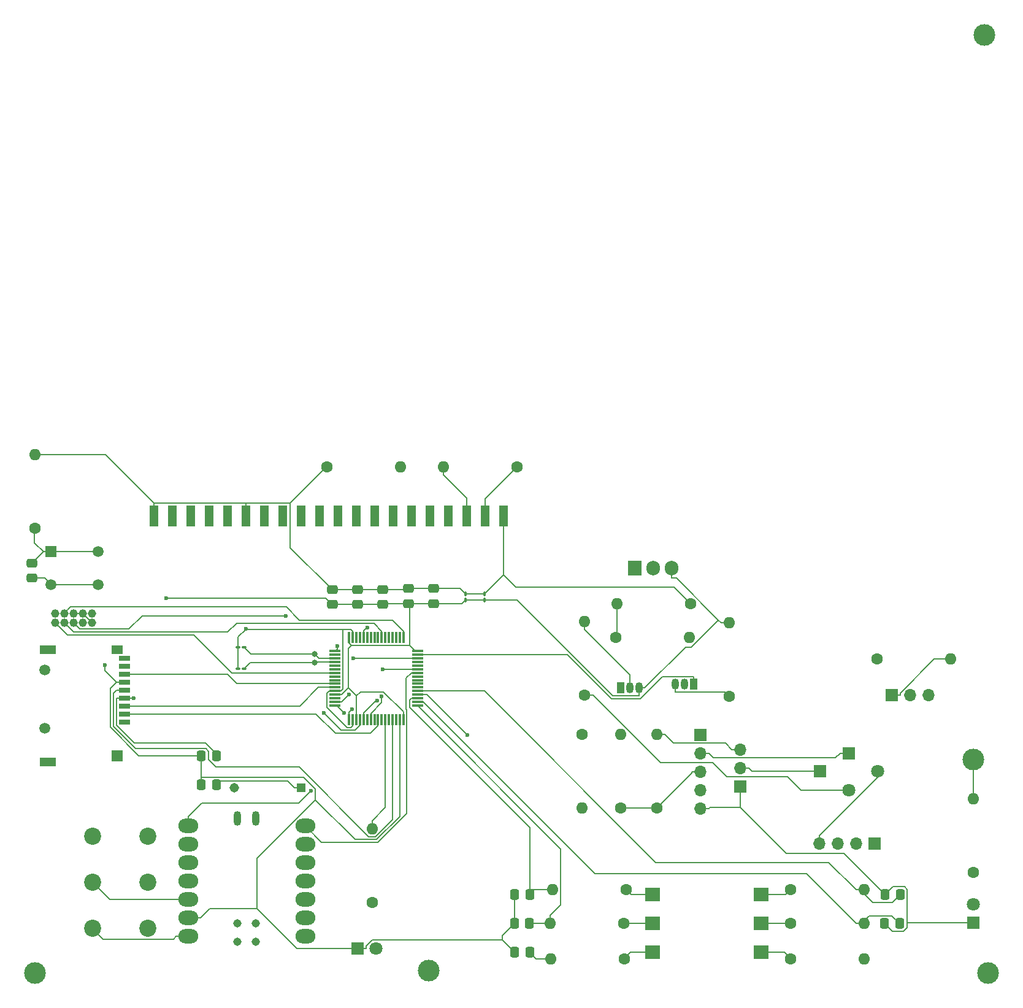
<source format=gbr>
%TF.GenerationSoftware,KiCad,Pcbnew,9.0.0*%
%TF.CreationDate,2025-05-12T01:47:31+10:00*%
%TF.ProjectId,Control_Unit,436f6e74-726f-46c5-9f55-6e69742e6b69,rev?*%
%TF.SameCoordinates,Original*%
%TF.FileFunction,Copper,L1,Top*%
%TF.FilePolarity,Positive*%
%FSLAX46Y46*%
G04 Gerber Fmt 4.6, Leading zero omitted, Abs format (unit mm)*
G04 Created by KiCad (PCBNEW 9.0.0) date 2025-05-12 01:47:31*
%MOMM*%
%LPD*%
G01*
G04 APERTURE LIST*
G04 Aperture macros list*
%AMRoundRect*
0 Rectangle with rounded corners*
0 $1 Rounding radius*
0 $2 $3 $4 $5 $6 $7 $8 $9 X,Y pos of 4 corners*
0 Add a 4 corners polygon primitive as box body*
4,1,4,$2,$3,$4,$5,$6,$7,$8,$9,$2,$3,0*
0 Add four circle primitives for the rounded corners*
1,1,$1+$1,$2,$3*
1,1,$1+$1,$4,$5*
1,1,$1+$1,$6,$7*
1,1,$1+$1,$8,$9*
0 Add four rect primitives between the rounded corners*
20,1,$1+$1,$2,$3,$4,$5,0*
20,1,$1+$1,$4,$5,$6,$7,0*
20,1,$1+$1,$6,$7,$8,$9,0*
20,1,$1+$1,$8,$9,$2,$3,0*%
G04 Aperture macros list end*
%TA.AperFunction,SMDPad,CuDef*%
%ADD10RoundRect,0.250000X0.337500X0.475000X-0.337500X0.475000X-0.337500X-0.475000X0.337500X-0.475000X0*%
%TD*%
%TA.AperFunction,ComponentPad*%
%ADD11C,0.810000*%
%TD*%
%TA.AperFunction,SMDPad,CuDef*%
%ADD12RoundRect,0.100000X-0.217500X-0.100000X0.217500X-0.100000X0.217500X0.100000X-0.217500X0.100000X0*%
%TD*%
%TA.AperFunction,ComponentPad*%
%ADD13C,1.600000*%
%TD*%
%TA.AperFunction,ComponentPad*%
%ADD14O,1.600000X1.600000*%
%TD*%
%TA.AperFunction,ComponentPad*%
%ADD15R,1.200000X3.000000*%
%TD*%
%TA.AperFunction,ComponentPad*%
%ADD16R,1.800000X1.800000*%
%TD*%
%TA.AperFunction,ComponentPad*%
%ADD17C,1.800000*%
%TD*%
%TA.AperFunction,ComponentPad*%
%ADD18R,1.700000X1.700000*%
%TD*%
%TA.AperFunction,ComponentPad*%
%ADD19O,1.700000X1.700000*%
%TD*%
%TA.AperFunction,ComponentPad*%
%ADD20C,3.000000*%
%TD*%
%TA.AperFunction,ComponentPad*%
%ADD21C,1.168400*%
%TD*%
%TA.AperFunction,SMDPad,CuDef*%
%ADD22C,3.000000*%
%TD*%
%TA.AperFunction,SMDPad,CuDef*%
%ADD23RoundRect,0.100000X0.100000X-0.217500X0.100000X0.217500X-0.100000X0.217500X-0.100000X-0.217500X0*%
%TD*%
%TA.AperFunction,ComponentPad*%
%ADD24R,1.050000X1.500000*%
%TD*%
%TA.AperFunction,ComponentPad*%
%ADD25O,1.050000X1.500000*%
%TD*%
%TA.AperFunction,SMDPad,CuDef*%
%ADD26RoundRect,0.250000X0.475000X-0.337500X0.475000X0.337500X-0.475000X0.337500X-0.475000X-0.337500X0*%
%TD*%
%TA.AperFunction,SMDPad,CuDef*%
%ADD27O,2.748280X1.998980*%
%TD*%
%TA.AperFunction,SMDPad,CuDef*%
%ADD28O,1.016000X2.032000*%
%TD*%
%TA.AperFunction,SMDPad,CuDef*%
%ADD29C,1.143000*%
%TD*%
%TA.AperFunction,ComponentPad*%
%ADD30R,1.905000X2.000000*%
%TD*%
%TA.AperFunction,ComponentPad*%
%ADD31O,1.905000X2.000000*%
%TD*%
%TA.AperFunction,SMDPad,CuDef*%
%ADD32RoundRect,0.075000X-0.700000X-0.075000X0.700000X-0.075000X0.700000X0.075000X-0.700000X0.075000X0*%
%TD*%
%TA.AperFunction,SMDPad,CuDef*%
%ADD33RoundRect,0.075000X-0.075000X-0.700000X0.075000X-0.700000X0.075000X0.700000X-0.075000X0.700000X0*%
%TD*%
%TA.AperFunction,SMDPad,CuDef*%
%ADD34RoundRect,0.250000X-0.475000X0.337500X-0.475000X-0.337500X0.475000X-0.337500X0.475000X0.337500X0*%
%TD*%
%TA.AperFunction,SMDPad,CuDef*%
%ADD35R,1.600000X0.700000*%
%TD*%
%TA.AperFunction,ComponentPad*%
%ADD36C,1.500000*%
%TD*%
%TA.AperFunction,SMDPad,CuDef*%
%ADD37R,1.500000X1.200000*%
%TD*%
%TA.AperFunction,SMDPad,CuDef*%
%ADD38R,2.200000X1.200000*%
%TD*%
%TA.AperFunction,SMDPad,CuDef*%
%ADD39R,1.500000X1.600000*%
%TD*%
%TA.AperFunction,SMDPad,CuDef*%
%ADD40R,2.000000X1.900000*%
%TD*%
%TA.AperFunction,ComponentPad*%
%ADD41R,1.498600X1.498600*%
%TD*%
%TA.AperFunction,ComponentPad*%
%ADD42C,1.498600*%
%TD*%
%TA.AperFunction,ComponentPad*%
%ADD43C,1.308000*%
%TD*%
%TA.AperFunction,ComponentPad*%
%ADD44R,1.308000X1.308000*%
%TD*%
%TA.AperFunction,ComponentPad*%
%ADD45C,2.362200*%
%TD*%
%TA.AperFunction,ViaPad*%
%ADD46C,0.600000*%
%TD*%
%TA.AperFunction,Conductor*%
%ADD47C,0.200000*%
%TD*%
G04 APERTURE END LIST*
D10*
%TO.P,C12,1*%
%TO.N,Btn_Up*%
X140749000Y-155638500D03*
%TO.P,C12,2*%
%TO.N,GND*%
X138674000Y-155638500D03*
%TD*%
D11*
%TO.P,Y1,1*%
%TO.N,Net-(U1-PC14)*%
X111051500Y-114478500D03*
%TO.P,Y1,2*%
%TO.N,Net-(U1-PC15)*%
X111051500Y-115648500D03*
%TD*%
D10*
%TO.P,C14,1*%
%TO.N,Btn_Left*%
X191829000Y-151638500D03*
%TO.P,C14,2*%
%TO.N,GND*%
X189754000Y-151638500D03*
%TD*%
D12*
%TO.P,C8,1*%
%TO.N,GND*%
X100496500Y-113500000D03*
%TO.P,C8,2*%
%TO.N,Net-(U1-PC14)*%
X101311500Y-113500000D03*
%TD*%
D13*
%TO.P,R9,1*%
%TO.N,Net-(R9-Pad1)*%
X176749000Y-156500000D03*
D14*
%TO.P,R9,2*%
%TO.N,+3V3*%
X186909000Y-156500000D03*
%TD*%
D15*
%TO.P,U4,1,VSS*%
%TO.N,GND*%
X137130000Y-95400000D03*
%TO.P,U4,2,VDD*%
%TO.N,+5V*%
X134590000Y-95400000D03*
%TO.P,U4,3,V0*%
%TO.N,Net-(U4-V0)*%
X132050000Y-95400000D03*
%TO.P,U4,4,RS*%
%TO.N,LCD_RS*%
X129510000Y-95400000D03*
%TO.P,U4,5,R/W*%
%TO.N,LCD_R{slash}W*%
X126970000Y-95400000D03*
%TO.P,U4,6,E*%
%TO.N,LCD_E*%
X124430000Y-95400000D03*
%TO.P,U4,7,DB0*%
%TO.N,unconnected-(U4-DB0-Pad7)*%
X121890000Y-95400000D03*
%TO.P,U4,8,DB1*%
%TO.N,unconnected-(U4-DB1-Pad8)*%
X119350000Y-95400000D03*
%TO.P,U4,9,DB2*%
%TO.N,unconnected-(U4-DB2-Pad9)*%
X116810000Y-95400000D03*
%TO.P,U4,10,DB3*%
%TO.N,unconnected-(U4-DB3-Pad10)*%
X114270000Y-95400000D03*
%TO.P,U4,11,DB4*%
%TO.N,unconnected-(U4-DB4-Pad11)*%
X111730000Y-95400000D03*
%TO.P,U4,12,DB5*%
%TO.N,unconnected-(U4-DB5-Pad12)*%
X109190000Y-95400000D03*
%TO.P,U4,13,DB6*%
%TO.N,unconnected-(U4-DB6-Pad13)*%
X106650000Y-95400000D03*
%TO.P,U4,14,DB7*%
%TO.N,unconnected-(U4-DB7-Pad14)*%
X104110000Y-95400000D03*
%TO.P,U4,15,PSB*%
%TO.N,GND*%
X101570000Y-95400000D03*
%TO.P,U4,16,NC*%
%TO.N,unconnected-(U4-NC-Pad16)*%
X99030000Y-95400000D03*
%TO.P,U4,17,/RST*%
%TO.N,LCD_RST*%
X96490000Y-95400000D03*
%TO.P,U4,18,Vout*%
%TO.N,unconnected-(U4-Vout-Pad18)*%
X93950000Y-95400000D03*
%TO.P,U4,19,LEDA*%
%TO.N,+5V*%
X91410000Y-95400000D03*
%TO.P,U4,20,LEDK*%
%TO.N,GND*%
X88870000Y-95400000D03*
%TD*%
D16*
%TO.P,U9,1,K*%
%TO.N,+3V3*%
X184829000Y-128138500D03*
D17*
%TO.P,U9,2,A*%
%TO.N,/Optical Link/FD_AN*%
X184829000Y-133238500D03*
D16*
%TO.P,U9,3,K*%
%TO.N,/Optical Link/LED_CA*%
X180829000Y-130638500D03*
D17*
%TO.P,U9,4,A*%
%TO.N,/Optical Link/LED_AN*%
X188829000Y-130638500D03*
%TD*%
D13*
%TO.P,R20,1*%
%TO.N,Net-(Q1-E)*%
X152669000Y-112138500D03*
D14*
%TO.P,R20,2*%
%TO.N,Net-(Q3-B)*%
X162829000Y-112138500D03*
%TD*%
D18*
%TO.P,J2,1,Pin_1*%
%TO.N,GND*%
X169829000Y-132718500D03*
D19*
%TO.P,J2,2,Pin_2*%
%TO.N,/Optical Link/LED_CA*%
X169829000Y-130178500D03*
%TO.P,J2,3,Pin_3*%
%TO.N,Net-(J2-Pin_3)*%
X169829000Y-127638500D03*
%TD*%
D10*
%TO.P,C13,1*%
%TO.N,Btn_Down*%
X140749000Y-147638500D03*
%TO.P,C13,2*%
%TO.N,GND*%
X138674000Y-147638500D03*
%TD*%
D16*
%TO.P,LED1,1,K*%
%TO.N,GND*%
X202000000Y-151540000D03*
D17*
%TO.P,LED1,2,A*%
%TO.N,Net-(LED1-A)*%
X202000000Y-149000000D03*
%TD*%
D20*
%TO.P,TP2,1,1*%
%TO.N,+3V3*%
X202000000Y-129000000D03*
%TD*%
D13*
%TO.P,R18,1*%
%TO.N,/Optical Link/FD_AN*%
X148329000Y-120138500D03*
D14*
%TO.P,R18,2*%
%TO.N,Net-(Q1-B)*%
X148329000Y-109978500D03*
%TD*%
D13*
%TO.P,R5,1*%
%TO.N,/Joy and Sd and LCD/Button_Down*%
X154080000Y-147000000D03*
D14*
%TO.P,R5,2*%
%TO.N,Btn_Down*%
X143920000Y-147000000D03*
%TD*%
D13*
%TO.P,R21,1*%
%TO.N,RX_OPTICAL*%
X168329000Y-120298500D03*
D14*
%TO.P,R21,2*%
%TO.N,+3V3*%
X168329000Y-110138500D03*
%TD*%
D13*
%TO.P,R14,1*%
%TO.N,TX_OPTICAL*%
X158329000Y-135718500D03*
D14*
%TO.P,R14,2*%
%TO.N,Net-(J2-Pin_3)*%
X158329000Y-125558500D03*
%TD*%
D13*
%TO.P,R6,1*%
%TO.N,/Joy and Sd and LCD/Button_Left*%
X176749000Y-151638500D03*
D14*
%TO.P,R6,2*%
%TO.N,Btn_Left*%
X186909000Y-151638500D03*
%TD*%
D13*
%TO.P,R15,1*%
%TO.N,TX_OPTICAL*%
X153329000Y-135718500D03*
D14*
%TO.P,R15,2*%
%TO.N,Net-(Q2-G)*%
X153329000Y-125558500D03*
%TD*%
D20*
%TO.P,TP1,1,1*%
%TO.N,+5V*%
X126829000Y-158138500D03*
%TD*%
D21*
%TO.P,J1,1,VTG*%
%TO.N,+3V3*%
X80329000Y-108868500D03*
%TO.P,J1,2,GND*%
%TO.N,GND*%
X80329000Y-110138500D03*
%TO.P,J1,3,GND*%
X79059000Y-108868500D03*
%TO.P,J1,4,KEY*%
%TO.N,unconnected-(J1-KEY-Pad4)*%
X79059000Y-110138500D03*
%TO.P,J1,5,GND*%
%TO.N,GND*%
X77789000Y-108868500D03*
%TO.P,J1,6,RST*%
%TO.N,JLink_SWDIO*%
X77789000Y-110138500D03*
%TO.P,J1,7,NC*%
%TO.N,JLink_CLK*%
X76519000Y-108868500D03*
%TO.P,J1,8,SWO*%
%TO.N,JLink_SW0*%
X76519000Y-110138500D03*
%TO.P,J1,9,CLK*%
%TO.N,unconnected-(J1-CLK-Pad9)*%
X75249000Y-108868500D03*
%TO.P,J1,10,SWDIO*%
%TO.N,JLink_RST*%
X75249000Y-110138500D03*
%TD*%
D22*
%TO.P,FID2,*%
%TO.N,*%
X204000000Y-158500000D03*
%TD*%
D23*
%TO.P,C7,1*%
%TO.N,+3V3*%
X134500000Y-106971000D03*
%TO.P,C7,2*%
%TO.N,GND*%
X134500000Y-106156000D03*
%TD*%
D24*
%TO.P,Q3,1,E*%
%TO.N,GND*%
X163369000Y-118638500D03*
D25*
%TO.P,Q3,2,B*%
%TO.N,Net-(Q3-B)*%
X162099000Y-118638500D03*
%TO.P,Q3,3,C*%
%TO.N,RX_OPTICAL*%
X160829000Y-118638500D03*
%TD*%
D26*
%TO.P,C4,1*%
%TO.N,+3V3*%
X120500000Y-107638500D03*
%TO.P,C4,2*%
%TO.N,GND*%
X120500000Y-105563500D03*
%TD*%
D12*
%TO.P,C9,1*%
%TO.N,GND*%
X100496500Y-116500000D03*
%TO.P,C9,2*%
%TO.N,Net-(U1-PC15)*%
X101311500Y-116500000D03*
%TD*%
D18*
%TO.P,J5,1,Pin_1*%
%TO.N,+5V*%
X164329000Y-125598500D03*
D19*
%TO.P,J5,2,Pin_2*%
%TO.N,+3V3*%
X164329000Y-128138500D03*
%TO.P,J5,3,Pin_3*%
%TO.N,TX_OPTICAL*%
X164329000Y-130678500D03*
%TO.P,J5,4,Pin_4*%
%TO.N,RX_OPTICAL*%
X164329000Y-133218500D03*
%TO.P,J5,5,Pin_5*%
%TO.N,GND*%
X164329000Y-135758500D03*
%TD*%
D13*
%TO.P,R12,1*%
%TO.N,Net-(LED1-A)*%
X202000000Y-144580000D03*
D14*
%TO.P,R12,2*%
%TO.N,+3V3*%
X202000000Y-134420000D03*
%TD*%
D27*
%TO.P,U2,1,PA02_A0_D0*%
%TO.N,unconnected-(U2-PA02_A0_D0-Pad1)*%
X109785080Y-153443420D03*
%TO.P,U2,2,PA4_A1_D1*%
%TO.N,unconnected-(U2-PA4_A1_D1-Pad2)*%
X109785080Y-150903420D03*
%TO.P,U2,3,PA10_A2_D2*%
%TO.N,unconnected-(U2-PA10_A2_D2-Pad3)*%
X109785080Y-148363420D03*
%TO.P,U2,4,PA11_A3_D3*%
%TO.N,unconnected-(U2-PA11_A3_D3-Pad4)*%
X109785080Y-145823420D03*
%TO.P,U2,5,PA8_A4_D4_SDA*%
%TO.N,unconnected-(U2-PA8_A4_D4_SDA-Pad5)*%
X109785080Y-143283420D03*
%TO.P,U2,6,PA9_A5_D5_SCL*%
%TO.N,unconnected-(U2-PA9_A5_D5_SCL-Pad6)*%
X109785080Y-140743420D03*
%TO.P,U2,7,PB08_A6_D6_TX*%
%TO.N,STM_TX*%
X109785080Y-138203420D03*
%TO.P,U2,8,PB09_A7_D7_RX*%
%TO.N,STM_RX*%
X93620520Y-138203420D03*
%TO.P,U2,9,PA7_A8_D8_SCK*%
%TO.N,unconnected-(U2-PA7_A8_D8_SCK-Pad9)*%
X93620520Y-140743420D03*
%TO.P,U2,10,PA5_A9_D9_MISO*%
%TO.N,unconnected-(U2-PA5_A9_D9_MISO-Pad10)*%
X93620520Y-143283420D03*
%TO.P,U2,11,PA6_A10_D10_MOSI*%
%TO.N,unconnected-(U2-PA6_A10_D10_MOSI-Pad11)*%
X93620520Y-145823420D03*
%TO.P,U2,12,3V3*%
%TO.N,Net-(U2-3V3)*%
X93620520Y-148363420D03*
%TO.P,U2,13,GND*%
%TO.N,GND*%
X93620520Y-150903420D03*
%TO.P,U2,14,5V*%
%TO.N,Net-(SW1-Pad1)*%
X93620520Y-153443420D03*
D28*
%TO.P,U2,15,5V*%
%TO.N,unconnected-(U2-5V-Pad15)*%
X102918200Y-137125600D03*
%TO.P,U2,16,GND*%
%TO.N,unconnected-(U2-GND-Pad16)*%
X100368200Y-137125600D03*
D29*
%TO.P,U2,17,PA31_SWDIO*%
%TO.N,unconnected-(U2-PA31_SWDIO-Pad17)*%
X102919397Y-154129787D03*
%TO.P,U2,18,PA30_SWCLK*%
%TO.N,unconnected-(U2-PA30_SWCLK-Pad18)*%
X100379397Y-154129787D03*
%TO.P,U2,19,RESET*%
%TO.N,unconnected-(U2-RESET-Pad19)*%
X102919397Y-151589787D03*
%TO.P,U2,20,GND*%
%TO.N,unconnected-(U2-GND-Pad20)*%
X100379397Y-151589787D03*
%TD*%
D30*
%TO.P,Q2,1,G*%
%TO.N,Net-(Q2-G)*%
X155249000Y-102638500D03*
D31*
%TO.P,Q2,2,D*%
%TO.N,Net-(Q2-D)*%
X157789000Y-102638500D03*
%TO.P,Q2,3,S*%
%TO.N,+3V3*%
X160329000Y-102638500D03*
%TD*%
D13*
%TO.P,R16,1*%
%TO.N,Net-(Q2-G)*%
X148000000Y-125555300D03*
D14*
%TO.P,R16,2*%
%TO.N,+5V*%
X148000000Y-135715300D03*
%TD*%
D32*
%TO.P,U1,1,VBAT*%
%TO.N,Net-(U1-VBAT)*%
X113904000Y-114063500D03*
%TO.P,U1,2,PC13*%
%TO.N,unconnected-(U1-PC13-Pad2)*%
X113904000Y-114563500D03*
%TO.P,U1,3,PC14*%
%TO.N,Net-(U1-PC14)*%
X113904000Y-115063500D03*
%TO.P,U1,4,PC15*%
%TO.N,Net-(U1-PC15)*%
X113904000Y-115563500D03*
%TO.P,U1,5,PH0*%
%TO.N,unconnected-(U1-PH0-Pad5)*%
X113904000Y-116063500D03*
%TO.P,U1,6,PH1*%
%TO.N,unconnected-(U1-PH1-Pad6)*%
X113904000Y-116563500D03*
%TO.P,U1,7,NRST*%
%TO.N,JLink_RST*%
X113904000Y-117063500D03*
%TO.P,U1,8,PC0*%
%TO.N,unconnected-(U1-PC0-Pad8)*%
X113904000Y-117563500D03*
%TO.P,U1,9,PC1*%
%TO.N,unconnected-(U1-PC1-Pad9)*%
X113904000Y-118063500D03*
%TO.P,U1,10,PC2*%
%TO.N,SD_D0*%
X113904000Y-118563500D03*
%TO.P,U1,11,PC3*%
%TO.N,SD_CH0*%
X113904000Y-119063500D03*
%TO.P,U1,12,VSSA*%
%TO.N,GND*%
X113904000Y-119563500D03*
%TO.P,U1,13,VDDA*%
%TO.N,+3V3*%
X113904000Y-120063500D03*
%TO.P,U1,14,PA0*%
%TO.N,unconnected-(U1-PA0-Pad14)*%
X113904000Y-120563500D03*
%TO.P,U1,15,PA1*%
%TO.N,LCD_E*%
X113904000Y-121063500D03*
%TO.P,U1,16,PA2*%
%TO.N,TX_OPTICAL*%
X113904000Y-121563500D03*
D33*
%TO.P,U1,17,PA3*%
%TO.N,RX_OPTICAL*%
X115829000Y-123488500D03*
%TO.P,U1,18,VSS*%
%TO.N,GND*%
X116329000Y-123488500D03*
%TO.P,U1,19,VDD*%
%TO.N,+3V3*%
X116829000Y-123488500D03*
%TO.P,U1,20,PA4*%
%TO.N,LCD_RST*%
X117329000Y-123488500D03*
%TO.P,U1,21,PA5*%
%TO.N,LCD_RS*%
X117829000Y-123488500D03*
%TO.P,U1,22,PA6*%
%TO.N,unconnected-(U1-PA6-Pad22)*%
X118329000Y-123488500D03*
%TO.P,U1,23,PA7*%
%TO.N,LCD_R{slash}W*%
X118829000Y-123488500D03*
%TO.P,U1,24,PC4*%
%TO.N,unconnected-(U1-PC4-Pad24)*%
X119329000Y-123488500D03*
%TO.P,U1,25,PC5*%
%TO.N,SD_CS*%
X119829000Y-123488500D03*
%TO.P,U1,26,PB0*%
%TO.N,unconnected-(U1-PB0-Pad26)*%
X120329000Y-123488500D03*
%TO.P,U1,27,PB1*%
%TO.N,SAMPLING_LED*%
X120829000Y-123488500D03*
%TO.P,U1,28,PB2*%
%TO.N,unconnected-(U1-PB2-Pad28)*%
X121329000Y-123488500D03*
%TO.P,U1,29,PB10*%
%TO.N,SD_CLK*%
X121829000Y-123488500D03*
%TO.P,U1,30,PB11*%
%TO.N,unconnected-(U1-PB11-Pad30)*%
X122329000Y-123488500D03*
%TO.P,U1,31,VSS*%
%TO.N,GND*%
X122829000Y-123488500D03*
%TO.P,U1,32,VDD*%
%TO.N,+3V3*%
X123329000Y-123488500D03*
D32*
%TO.P,U1,33,PB12*%
%TO.N,Btn_Right*%
X125254000Y-121563500D03*
%TO.P,U1,34,PB13*%
%TO.N,Btn_Left*%
X125254000Y-121063500D03*
%TO.P,U1,35,PB14*%
%TO.N,Btn_Down*%
X125254000Y-120563500D03*
%TO.P,U1,36,PB15*%
%TO.N,Btn_Up*%
X125254000Y-120063500D03*
%TO.P,U1,37,PC6*%
%TO.N,Btn_Push*%
X125254000Y-119563500D03*
%TO.P,U1,38,PC7*%
%TO.N,unconnected-(U1-PC7-Pad38)*%
X125254000Y-119063500D03*
%TO.P,U1,39,PC8*%
%TO.N,unconnected-(U1-PC8-Pad39)*%
X125254000Y-118563500D03*
%TO.P,U1,40,PC9*%
%TO.N,unconnected-(U1-PC9-Pad40)*%
X125254000Y-118063500D03*
%TO.P,U1,41,PA8*%
%TO.N,unconnected-(U1-PA8-Pad41)*%
X125254000Y-117563500D03*
%TO.P,U1,42,PA9*%
%TO.N,STM_TX*%
X125254000Y-117063500D03*
%TO.P,U1,43,PA10*%
%TO.N,STM_RX*%
X125254000Y-116563500D03*
%TO.P,U1,44,PA11*%
%TO.N,unconnected-(U1-PA11-Pad44)*%
X125254000Y-116063500D03*
%TO.P,U1,45,PA12*%
%TO.N,unconnected-(U1-PA12-Pad45)*%
X125254000Y-115563500D03*
%TO.P,U1,46,PA13*%
%TO.N,JLink_SWDIO*%
X125254000Y-115063500D03*
%TO.P,U1,47,VSS*%
%TO.N,GND*%
X125254000Y-114563500D03*
%TO.P,U1,48,VDD*%
%TO.N,+3V3*%
X125254000Y-114063500D03*
D33*
%TO.P,U1,49,PA14*%
%TO.N,JLink_CLK*%
X123329000Y-112138500D03*
%TO.P,U1,50,PA15*%
%TO.N,unconnected-(U1-PA15-Pad50)*%
X122829000Y-112138500D03*
%TO.P,U1,51,PC10*%
%TO.N,unconnected-(U1-PC10-Pad51)*%
X122329000Y-112138500D03*
%TO.P,U1,52,PC11*%
%TO.N,unconnected-(U1-PC11-Pad52)*%
X121829000Y-112138500D03*
%TO.P,U1,53,PC12*%
%TO.N,unconnected-(U1-PC12-Pad53)*%
X121329000Y-112138500D03*
%TO.P,U1,54,PD2*%
%TO.N,unconnected-(U1-PD2-Pad54)*%
X120829000Y-112138500D03*
%TO.P,U1,55,PB3*%
%TO.N,JLink_SW0*%
X120329000Y-112138500D03*
%TO.P,U1,56,PB4*%
%TO.N,unconnected-(U1-PB4-Pad56)*%
X119829000Y-112138500D03*
%TO.P,U1,57,PB5*%
%TO.N,unconnected-(U1-PB5-Pad57)*%
X119329000Y-112138500D03*
%TO.P,U1,58,PB6*%
%TO.N,unconnected-(U1-PB6-Pad58)*%
X118829000Y-112138500D03*
%TO.P,U1,59,PB7*%
%TO.N,unconnected-(U1-PB7-Pad59)*%
X118329000Y-112138500D03*
%TO.P,U1,60,PH3*%
%TO.N,Net-(U1-PH3)*%
X117829000Y-112138500D03*
%TO.P,U1,61,PB8*%
%TO.N,unconnected-(U1-PB8-Pad61)*%
X117329000Y-112138500D03*
%TO.P,U1,62,PB9*%
%TO.N,unconnected-(U1-PB9-Pad62)*%
X116829000Y-112138500D03*
%TO.P,U1,63,VSS*%
%TO.N,GND*%
X116329000Y-112138500D03*
%TO.P,U1,64,VDD*%
%TO.N,+3V3*%
X115829000Y-112138500D03*
%TD*%
D34*
%TO.P,C17,1*%
%TO.N,Net-(C17-Pad1)*%
X72000000Y-101925000D03*
%TO.P,C17,2*%
%TO.N,JLink_RST*%
X72000000Y-104000000D03*
%TD*%
D26*
%TO.P,C2,1*%
%TO.N,+3V3*%
X113500000Y-107638500D03*
%TO.P,C2,2*%
%TO.N,GND*%
X113500000Y-105563500D03*
%TD*%
D35*
%TO.P,U3,1,DAT2/X*%
%TO.N,unconnected-(U3-DAT2{slash}X-Pad1)*%
X84829000Y-123838500D03*
%TO.P,U3,2,DAT3/CS*%
%TO.N,SD_CS*%
X84829000Y-122738500D03*
%TO.P,U3,3,CH0/D1*%
%TO.N,SD_CH0*%
X84829000Y-121638500D03*
%TO.P,U3,4,VDD*%
%TO.N,+3V3*%
X84829000Y-120538500D03*
%TO.P,U3,5,CLK*%
%TO.N,SD_CLK*%
X84829000Y-119438500D03*
%TO.P,U3,6,VSS*%
%TO.N,GND*%
X84829000Y-118338500D03*
%TO.P,U3,7,DAT0/D0*%
%TO.N,SD_D0*%
X84829000Y-117238500D03*
%TO.P,U3,8,DAT1/X*%
%TO.N,unconnected-(U3-DAT1{slash}X-Pad8)*%
X84829000Y-116138500D03*
D36*
%TO.P,U3,10*%
%TO.N,N/C*%
X73829000Y-116688500D03*
%TO.P,U3,11*%
X73829000Y-124688500D03*
D35*
%TO.P,U3,Cd,CD*%
%TO.N,unconnected-(U3-CD-PadCd)*%
X84829000Y-115038500D03*
D37*
%TO.P,U3,GND*%
%TO.N,N/C*%
X83829000Y-113838500D03*
D38*
X74229000Y-113838500D03*
D39*
X83829000Y-128488500D03*
D38*
X74229000Y-129388500D03*
%TD*%
D13*
%TO.P,R10,1*%
%TO.N,+5V*%
X138989000Y-88638500D03*
D14*
%TO.P,R10,2*%
%TO.N,Net-(U4-V0)*%
X128829000Y-88638500D03*
%TD*%
D40*
%TO.P,SW2,1*%
%TO.N,Net-(R9-Pad1)*%
X172749000Y-155638500D03*
%TO.P,SW2,2*%
%TO.N,/Joy and Sd and LCD/Button_Left*%
X172749000Y-151638500D03*
%TO.P,SW2,3*%
%TO.N,/Joy and Sd and LCD/Button_Push*%
X172749000Y-147638500D03*
%TO.P,SW2,4*%
%TO.N,/Joy and Sd and LCD/Button_Up*%
X157749000Y-155638500D03*
%TO.P,SW2,5*%
%TO.N,/Joy and Sd and LCD/Button_Right*%
X157749000Y-151638500D03*
%TO.P,SW2,6*%
%TO.N,/Joy and Sd and LCD/Button_Down*%
X157749000Y-147638500D03*
%TD*%
D10*
%TO.P,C16,1*%
%TO.N,Btn_Push*%
X191904000Y-147638500D03*
%TO.P,C16,2*%
%TO.N,GND*%
X189829000Y-147638500D03*
%TD*%
D26*
%TO.P,C3,1*%
%TO.N,+3V3*%
X117000000Y-107638500D03*
%TO.P,C3,2*%
%TO.N,GND*%
X117000000Y-105563500D03*
%TD*%
D16*
%TO.P,LED2,1,K*%
%TO.N,GND*%
X116960000Y-155138500D03*
D17*
%TO.P,LED2,2,A*%
%TO.N,Net-(LED2-A)*%
X119500000Y-155138500D03*
%TD*%
D10*
%TO.P,C15,1*%
%TO.N,Btn_Right*%
X140711500Y-151638500D03*
%TO.P,C15,2*%
%TO.N,GND*%
X138636500Y-151638500D03*
%TD*%
%TO.P,C10,1*%
%TO.N,+5V*%
X97500000Y-132500000D03*
%TO.P,C10,2*%
%TO.N,GND*%
X95425000Y-132500000D03*
%TD*%
D24*
%TO.P,Q1,1,E*%
%TO.N,Net-(Q1-E)*%
X153289000Y-119138500D03*
D25*
%TO.P,Q1,2,B*%
%TO.N,Net-(Q1-B)*%
X154559000Y-119138500D03*
%TO.P,Q1,3,C*%
%TO.N,+3V3*%
X155829000Y-119138500D03*
%TD*%
D13*
%TO.P,R8,1*%
%TO.N,/Joy and Sd and LCD/Button_Push*%
X176749000Y-147000000D03*
D14*
%TO.P,R8,2*%
%TO.N,Btn_Push*%
X186909000Y-147000000D03*
%TD*%
D13*
%TO.P,R22,1*%
%TO.N,GND*%
X112725200Y-88620600D03*
D14*
%TO.P,R22,2*%
%TO.N,Net-(U1-PH3)*%
X122885200Y-88620600D03*
%TD*%
D26*
%TO.P,C6,1*%
%TO.N,+3V3*%
X127500000Y-107500000D03*
%TO.P,C6,2*%
%TO.N,GND*%
X127500000Y-105425000D03*
%TD*%
D23*
%TO.P,C1,1*%
%TO.N,+3V3*%
X131904000Y-106971000D03*
%TO.P,C1,2*%
%TO.N,GND*%
X131904000Y-106156000D03*
%TD*%
D41*
%TO.P,SW3,1,1*%
%TO.N,Net-(C17-Pad1)*%
X74673499Y-100351499D03*
D42*
%TO.P,SW3,2,2*%
X81173500Y-100351499D03*
%TO.P,SW3,3,3*%
%TO.N,JLink_RST*%
X74673499Y-104851500D03*
%TO.P,SW3,4,4*%
X81173500Y-104851500D03*
%TD*%
D18*
%TO.P,J4,1,Pin_1*%
%TO.N,+3V3*%
X188409000Y-140638500D03*
D19*
%TO.P,J4,2,Pin_2*%
%TO.N,/Optical Link/FD_AN*%
X185869000Y-140638500D03*
%TO.P,J4,3,Pin_3*%
%TO.N,/Optical Link/LED_CA*%
X183329000Y-140638500D03*
%TO.P,J4,4,Pin_4*%
%TO.N,/Optical Link/LED_AN*%
X180789000Y-140638500D03*
%TD*%
D13*
%TO.P,R17,1*%
%TO.N,Net-(Q2-D)*%
X188669000Y-115138500D03*
D14*
%TO.P,R17,2*%
%TO.N,Net-(J3-Pin_1)*%
X198829000Y-115138500D03*
%TD*%
D43*
%TO.P,D1,A*%
%TO.N,Net-(D1-PadA)*%
X99956200Y-132912200D03*
D44*
%TO.P,D1,C*%
%TO.N,+5V*%
X109236200Y-132912200D03*
%TD*%
D13*
%TO.P,R4,1*%
%TO.N,/Joy and Sd and LCD/Button_Up*%
X153834000Y-156500000D03*
D14*
%TO.P,R4,2*%
%TO.N,Btn_Up*%
X143674000Y-156500000D03*
%TD*%
D45*
%TO.P,SW1,1,1*%
%TO.N,Net-(SW1-Pad1)*%
X80380000Y-152338500D03*
%TO.P,SW1,2,2*%
%TO.N,Net-(U2-3V3)*%
X80380000Y-145988500D03*
%TO.P,SW1,3,3*%
%TO.N,unconnected-(SW1-Pad3)*%
X80380000Y-139638500D03*
%TO.P,SW1,4,4*%
%TO.N,+3V3*%
X88000000Y-152338500D03*
%TO.P,SW1,5,5*%
%TO.N,Net-(D1-PadA)*%
X88000000Y-145988500D03*
%TO.P,SW1,6,6*%
%TO.N,unconnected-(SW1-Pad6)*%
X88000000Y-139638500D03*
%TD*%
D22*
%TO.P,FID3,*%
%TO.N,*%
X72500000Y-158500000D03*
%TD*%
D13*
%TO.P,R13,1*%
%TO.N,Net-(LED2-A)*%
X119000000Y-148718500D03*
D14*
%TO.P,R13,2*%
%TO.N,SAMPLING_LED*%
X119000000Y-138558500D03*
%TD*%
D10*
%TO.P,C11,1*%
%TO.N,+3V3*%
X97500000Y-128500000D03*
%TO.P,C11,2*%
%TO.N,GND*%
X95425000Y-128500000D03*
%TD*%
D13*
%TO.P,R19,1*%
%TO.N,GND*%
X162989000Y-107500000D03*
D14*
%TO.P,R19,2*%
%TO.N,Net-(Q1-E)*%
X152829000Y-107500000D03*
%TD*%
D26*
%TO.P,C5,1*%
%TO.N,+3V3*%
X124000000Y-107500000D03*
%TO.P,C5,2*%
%TO.N,GND*%
X124000000Y-105425000D03*
%TD*%
D22*
%TO.P,FID1,*%
%TO.N,*%
X203500000Y-29000000D03*
%TD*%
D13*
%TO.P,R11,1*%
%TO.N,Net-(C17-Pad1)*%
X72500000Y-97080000D03*
D14*
%TO.P,R11,2*%
%TO.N,GND*%
X72500000Y-86920000D03*
%TD*%
D18*
%TO.P,J3,1,Pin_1*%
%TO.N,Net-(J3-Pin_1)*%
X190749000Y-120138500D03*
D19*
%TO.P,J3,2,Pin_2*%
%TO.N,/Optical Link/LED_AN*%
X193289000Y-120138500D03*
%TO.P,J3,3,Pin_3*%
%TO.N,+3.3V*%
X195829000Y-120138500D03*
%TD*%
D13*
%TO.P,R7,1*%
%TO.N,/Joy and Sd and LCD/Button_Right*%
X153754000Y-151638500D03*
D14*
%TO.P,R7,2*%
%TO.N,Btn_Right*%
X143594000Y-151638500D03*
%TD*%
D46*
%TO.N,GND*%
X101570000Y-110950600D03*
X82152500Y-116001500D03*
%TO.N,+3V3*%
X86129200Y-120538500D03*
X90581300Y-106717000D03*
%TO.N,Btn_Up*%
X132155300Y-125658700D03*
%TO.N,JLink_SWDIO*%
X116404100Y-115063500D03*
X107126400Y-109220200D03*
%TO.N,TX_OPTICAL*%
X115141100Y-122593000D03*
%TO.N,RX_OPTICAL*%
X116216700Y-122112400D03*
%TO.N,LCD_E*%
X115778100Y-120084400D03*
%TO.N,LCD_R{slash}W*%
X120341000Y-120287000D03*
%TO.N,STM_RX*%
X110565900Y-133330700D03*
X120460400Y-116563500D03*
%TO.N,LCD_RST*%
X112302900Y-122581500D03*
%TO.N,Net-(U1-VBAT)*%
X114178400Y-113388200D03*
%TO.N,LCD_RS*%
X119698800Y-120921600D03*
%TO.N,Net-(U1-PH3)*%
X118344700Y-110853100D03*
%TD*%
D47*
%TO.N,GND*%
X82190000Y-86920000D02*
X72500000Y-86920000D01*
X88870000Y-93600000D02*
X82190000Y-86920000D01*
X137130000Y-94500000D02*
X137130000Y-103526000D01*
X88870000Y-94500000D02*
X88870000Y-93699900D01*
X115759900Y-155138500D02*
X108612400Y-155138500D01*
X159041200Y-117588400D02*
X156007900Y-120621700D01*
X77789000Y-108868500D02*
X79059000Y-108868500D01*
X176183100Y-141971100D02*
X169829000Y-135617000D01*
X120500000Y-105563500D02*
X123861500Y-105563500D01*
X122829000Y-136855500D02*
X122829000Y-123488500D01*
X113904000Y-119563500D02*
X113098100Y-119563500D01*
X163369000Y-118638500D02*
X163369000Y-117588400D01*
X192487500Y-146576300D02*
X192846500Y-146935300D01*
X115005300Y-111054800D02*
X116052200Y-111054800D01*
X131173000Y-105425000D02*
X131904000Y-106156000D01*
X138825000Y-105221000D02*
X137130000Y-103526000D01*
X192384500Y-152706300D02*
X190821800Y-152706300D01*
X169829000Y-135617000D02*
X165620600Y-135617000D01*
X117000000Y-105563500D02*
X113500000Y-105563500D01*
X184161600Y-141971100D02*
X176183100Y-141971100D01*
X88870100Y-93599900D02*
X101570000Y-93599900D01*
X109573900Y-131458600D02*
X95425000Y-131458600D01*
X192846500Y-151540000D02*
X192846500Y-152244300D01*
X115005300Y-119308000D02*
X114749800Y-119563500D01*
X88870000Y-93699900D02*
X88870000Y-93600000D01*
X96564800Y-149633400D02*
X103107300Y-149633400D01*
X95425000Y-128500000D02*
X95425000Y-131458600D01*
X189829000Y-147638500D02*
X184161600Y-141971100D01*
X113098100Y-119563500D02*
X112806000Y-119855600D01*
X117000000Y-105563500D02*
X120500000Y-105563500D01*
X123861500Y-105563500D02*
X124000000Y-105425000D01*
X100496500Y-113500000D02*
X100496500Y-112128300D01*
X118160100Y-154763500D02*
X119009500Y-153914100D01*
X88870000Y-93600000D02*
X88870100Y-93599900D01*
X138636500Y-147676000D02*
X138636500Y-151638500D01*
X134500000Y-106156000D02*
X131904000Y-106156000D01*
X103107300Y-142642300D02*
X111166100Y-134583500D01*
X189829000Y-147638500D02*
X190891200Y-146576300D01*
X192846500Y-146935300D02*
X192846500Y-151540000D01*
X115005300Y-111054800D02*
X115005300Y-119308000D01*
X164329000Y-135758500D02*
X165479100Y-135758500D01*
X101570000Y-111054800D02*
X101570000Y-110950600D01*
X165620600Y-135617000D02*
X165479100Y-135758500D01*
X95425000Y-131458600D02*
X95425000Y-132500000D01*
X100496500Y-113500000D02*
X100496500Y-116500000D01*
X156007900Y-120621700D02*
X152017200Y-120621700D01*
X107707700Y-99771200D02*
X107707700Y-93599900D01*
X111166100Y-134583500D02*
X111166100Y-133050800D01*
X190821800Y-152706300D02*
X189754000Y-151638500D01*
X152017200Y-120621700D02*
X145959000Y-114563500D01*
X111166100Y-133050800D02*
X109573900Y-131458600D01*
X116360000Y-155138500D02*
X115759900Y-155138500D01*
X101570000Y-94500000D02*
X101570000Y-93699900D01*
X101570000Y-93699900D02*
X101570000Y-93599900D01*
X136949600Y-153914100D02*
X138674000Y-155638500D01*
X82152500Y-116001500D02*
X82152500Y-116762100D01*
X163369000Y-117588400D02*
X159041200Y-117588400D01*
X101570000Y-93599900D02*
X107707700Y-93599900D01*
X138674000Y-147638500D02*
X138636500Y-147676000D01*
X115564700Y-124589500D02*
X116079500Y-124589500D01*
X119622000Y-140062500D02*
X122829000Y-136855500D01*
X82844500Y-119222900D02*
X82844500Y-124568700D01*
X137130000Y-103526000D02*
X134500000Y-106156000D01*
X112806000Y-121830800D02*
X115564700Y-124589500D01*
X136949600Y-153914100D02*
X136949600Y-153325400D01*
X202000000Y-151540000D02*
X200799900Y-151540000D01*
X190891200Y-146576300D02*
X192487500Y-146576300D01*
X145959000Y-114563500D02*
X125254000Y-114563500D01*
X118160100Y-155138500D02*
X118160100Y-154763500D01*
X124000000Y-105425000D02*
X127500000Y-105425000D01*
X95294800Y-150903400D02*
X96564800Y-149633400D01*
X136949600Y-153325400D02*
X138636500Y-151638500D01*
X114749800Y-119563500D02*
X113904000Y-119563500D01*
X169829000Y-132718500D02*
X169829000Y-133868600D01*
X100496500Y-112128300D02*
X101570000Y-111054800D01*
X107707700Y-93599900D02*
X107707700Y-93599800D01*
X116645100Y-140062500D02*
X119622000Y-140062500D01*
X200799900Y-151540000D02*
X192846500Y-151540000D01*
X79059000Y-108868500D02*
X80329000Y-110138500D01*
X82844500Y-124568700D02*
X86775800Y-128500000D01*
X103107300Y-149633400D02*
X103107300Y-142642300D01*
X112806000Y-119855600D02*
X112806000Y-121830800D01*
X127500000Y-105425000D02*
X131173000Y-105425000D01*
X107707700Y-93599800D02*
X112669000Y-88638500D01*
X82152500Y-116762100D02*
X83728900Y-118338500D01*
X111166100Y-134583500D02*
X116645100Y-140062500D01*
X84829000Y-118338500D02*
X83728900Y-118338500D01*
X116052200Y-111054800D02*
X116329000Y-111331600D01*
X116329000Y-111331600D02*
X116329000Y-112138500D01*
X160710000Y-105221000D02*
X138825000Y-105221000D01*
X169829000Y-133868600D02*
X169829000Y-135617000D01*
X113500000Y-105563500D02*
X107707700Y-99771200D01*
X116960000Y-155138500D02*
X118160100Y-155138500D01*
X101570000Y-111054800D02*
X115005300Y-111054800D01*
X108612400Y-155138500D02*
X103107300Y-149633400D01*
X116360000Y-155138500D02*
X116960000Y-155138500D01*
X162989000Y-107500000D02*
X160710000Y-105221000D01*
X93620500Y-150903400D02*
X95294800Y-150903400D01*
X192846500Y-152244300D02*
X192384500Y-152706300D01*
X116329000Y-124340000D02*
X116329000Y-123488500D01*
X86775800Y-128500000D02*
X95425000Y-128500000D01*
X119009500Y-153914100D02*
X136949600Y-153914100D01*
X83728900Y-118338500D02*
X82844500Y-119222900D01*
X116079500Y-124589500D02*
X116329000Y-124340000D01*
%TO.N,+3V3*%
X124201200Y-107701200D02*
X124201200Y-113296000D01*
X124201200Y-107701200D02*
X124000000Y-107500000D01*
X115829000Y-112951700D02*
X115829000Y-112138500D01*
X116173300Y-113296000D02*
X115829000Y-112951700D01*
X156654100Y-119138500D02*
X162268300Y-113524300D01*
X120576000Y-119673100D02*
X117388500Y-119673100D01*
X160329000Y-102638500D02*
X160329000Y-103938600D01*
X166131400Y-128790800D02*
X165479100Y-128138500D01*
X95968600Y-126749700D02*
X97500000Y-128281100D01*
X86129200Y-120538500D02*
X84829000Y-120538500D01*
X124201200Y-113296000D02*
X124968700Y-114063500D01*
X83728900Y-124321300D02*
X86157300Y-126749700D01*
X167228900Y-110138500D02*
X167183500Y-110138500D01*
X166812500Y-109767500D02*
X160983600Y-103938600D01*
X124402400Y-107500000D02*
X127500000Y-107500000D01*
X183628900Y-128138500D02*
X182976600Y-128790800D01*
X117000000Y-107638500D02*
X113500000Y-107638500D01*
X120500000Y-107638500D02*
X117000000Y-107638500D01*
X162268300Y-113524300D02*
X163055700Y-113524300D01*
X123329000Y-122426100D02*
X120576000Y-119673100D01*
X160983600Y-103938600D02*
X160329000Y-103938600D01*
X155829000Y-119138500D02*
X155829000Y-120188600D01*
X117388500Y-119673100D02*
X116829000Y-120232600D01*
X168329000Y-110138500D02*
X167228900Y-110138500D01*
X124201200Y-107701200D02*
X124402400Y-107500000D01*
X115737800Y-119141400D02*
X114815700Y-120063500D01*
X115737800Y-119141400D02*
X116829000Y-120232600D01*
X124968700Y-114063500D02*
X125254000Y-114063500D01*
X84829000Y-120538500D02*
X83728900Y-120538500D01*
X97500000Y-128281100D02*
X97500000Y-128500000D01*
X83728900Y-120538500D02*
X83728900Y-124321300D01*
X163055700Y-113524300D02*
X166812500Y-109767500D01*
X115737800Y-113731500D02*
X115737800Y-119141400D01*
X131904000Y-106971000D02*
X134500000Y-106971000D01*
X155829000Y-120188600D02*
X152218200Y-120188600D01*
X124201200Y-113296000D02*
X116173300Y-113296000D01*
X116829000Y-120232600D02*
X116829000Y-123488500D01*
X113500000Y-107638500D02*
X112578500Y-106717000D01*
X131375000Y-107500000D02*
X131904000Y-106971000D01*
X86157300Y-126749700D02*
X95968600Y-126749700D01*
X184829000Y-128138500D02*
X183628900Y-128138500D01*
X202000000Y-129000000D02*
X202000000Y-134420000D01*
X123329000Y-123488500D02*
X123329000Y-122426100D01*
X164329000Y-128138500D02*
X165479100Y-128138500D01*
X120638500Y-107500000D02*
X124000000Y-107500000D01*
X167183500Y-110138500D02*
X166812500Y-109767500D01*
X114815700Y-120063500D02*
X113904000Y-120063500D01*
X182976600Y-128790800D02*
X166131400Y-128790800D01*
X155829000Y-119138500D02*
X156654100Y-119138500D01*
X120500000Y-107638500D02*
X120638500Y-107500000D01*
X116173300Y-113296000D02*
X115737800Y-113731500D01*
X152218200Y-120188600D02*
X139000600Y-106971000D01*
X112578500Y-106717000D02*
X90581300Y-106717000D01*
X139000600Y-106971000D02*
X134500000Y-106971000D01*
X127500000Y-107500000D02*
X131375000Y-107500000D01*
%TO.N,Net-(U1-PC14)*%
X111051500Y-114478500D02*
X102290000Y-114478500D01*
X102290000Y-114478500D02*
X101311500Y-113500000D01*
X113904000Y-115063500D02*
X111636500Y-115063500D01*
X111636500Y-115063500D02*
X111051500Y-114478500D01*
%TO.N,Net-(U1-PC15)*%
X111136500Y-115563500D02*
X111051500Y-115648500D01*
X102163000Y-115648500D02*
X101311500Y-116500000D01*
X111051500Y-115648500D02*
X102163000Y-115648500D01*
X113904000Y-115563500D02*
X111136500Y-115563500D01*
%TO.N,+5V*%
X98041900Y-131958100D02*
X107328000Y-131958100D01*
X134590000Y-94500000D02*
X134590000Y-93037500D01*
X107328000Y-131958100D02*
X108282100Y-132912200D01*
X109236200Y-132912200D02*
X108282100Y-132912200D01*
X97500000Y-132500000D02*
X98041900Y-131958100D01*
X134590000Y-93037500D02*
X138989000Y-88638500D01*
%TO.N,Btn_Up*%
X125254000Y-120063500D02*
X126560100Y-120063500D01*
X143674000Y-156500000D02*
X141610500Y-156500000D01*
X126560100Y-120063500D02*
X132155300Y-125658700D01*
X141610500Y-156500000D02*
X140749000Y-155638500D01*
%TO.N,Btn_Down*%
X124164800Y-120807100D02*
X124164800Y-121804000D01*
X124408400Y-120563500D02*
X124164800Y-120807100D01*
X125254000Y-120563500D02*
X124408400Y-120563500D01*
X143920000Y-147000000D02*
X142819900Y-147000000D01*
X140749000Y-138388200D02*
X140749000Y-147000000D01*
X140749000Y-147000000D02*
X140749000Y-147638500D01*
X124164800Y-121804000D02*
X140749000Y-138388200D01*
X142819900Y-147000000D02*
X140749000Y-147000000D01*
%TO.N,Btn_Left*%
X186359000Y-151638500D02*
X185808900Y-151638500D01*
X149792500Y-144767400D02*
X178937800Y-144767400D01*
X125254000Y-121063500D02*
X126088600Y-121063500D01*
X190782600Y-150592100D02*
X191829000Y-151638500D01*
X187623600Y-150592100D02*
X190782600Y-150592100D01*
X186359000Y-151638500D02*
X186577200Y-151638500D01*
X178937800Y-144767400D02*
X185808900Y-151638500D01*
X186909000Y-151638500D02*
X186577200Y-151638500D01*
X186577200Y-151638500D02*
X187623600Y-150592100D01*
X126088600Y-121063500D02*
X149792500Y-144767400D01*
%TO.N,Btn_Right*%
X140711500Y-151638500D02*
X143594000Y-151638500D01*
X145034300Y-141343800D02*
X145034300Y-149098100D01*
X143594000Y-151638500D02*
X143594000Y-150538400D01*
X125254000Y-121563500D02*
X145034300Y-141343800D01*
X145034300Y-149098100D02*
X143594000Y-150538400D01*
%TO.N,Btn_Push*%
X125254000Y-119563500D02*
X134498400Y-119563500D01*
X190810300Y-148732200D02*
X191904000Y-147638500D01*
X134498400Y-119563500D02*
X158162600Y-143227700D01*
X186359000Y-147000000D02*
X185808900Y-147000000D01*
X186359000Y-147000000D02*
X188091200Y-148732200D01*
X188091200Y-148732200D02*
X190810300Y-148732200D01*
X158162600Y-143227700D02*
X182036600Y-143227700D01*
X186909000Y-147000000D02*
X186359000Y-147000000D01*
X182036600Y-143227700D02*
X185808900Y-147000000D01*
%TO.N,Net-(C17-Pad1)*%
X72411100Y-99138500D02*
X73624100Y-100351500D01*
X72050600Y-101925000D02*
X73624100Y-100351500D01*
X74673500Y-100351500D02*
X73624100Y-100351500D01*
X81173500Y-100351500D02*
X74673500Y-100351500D01*
X72500000Y-97080000D02*
X72411100Y-97168900D01*
X72000000Y-101925000D02*
X72050600Y-101925000D01*
X72411100Y-97168900D02*
X72411100Y-99138500D01*
%TO.N,JLink_RST*%
X73822000Y-104000000D02*
X74673500Y-104851500D01*
X72000000Y-104000000D02*
X73822000Y-104000000D01*
X81173500Y-104851500D02*
X74673500Y-104851500D01*
X94377300Y-111836700D02*
X99604100Y-117063500D01*
X76947200Y-111836700D02*
X94377300Y-111836700D01*
X75249000Y-110138500D02*
X76947200Y-111836700D01*
X99604100Y-117063500D02*
X113904000Y-117063500D01*
%TO.N,JLink_CLK*%
X121787300Y-109789100D02*
X123329000Y-111330800D01*
X107179600Y-107980200D02*
X108988500Y-109789100D01*
X77407300Y-107980200D02*
X107179600Y-107980200D01*
X123329000Y-111330800D02*
X123329000Y-112138500D01*
X108988500Y-109789100D02*
X121787300Y-109789100D01*
X76519000Y-108868500D02*
X77407300Y-107980200D01*
%TO.N,JLink_SWDIO*%
X78673400Y-111022900D02*
X85443400Y-111022900D01*
X87246100Y-109220200D02*
X107126400Y-109220200D01*
X125254000Y-115063500D02*
X116404100Y-115063500D01*
X77789000Y-110138500D02*
X78673400Y-111022900D01*
X85443400Y-111022900D02*
X87246100Y-109220200D01*
%TO.N,/Joy and Sd and LCD/Button_Up*%
X154695500Y-155638500D02*
X153834000Y-156500000D01*
X157749000Y-155638500D02*
X154695500Y-155638500D01*
%TO.N,/Optical Link/LED_CA*%
X180829000Y-130638500D02*
X171439100Y-130638500D01*
X169829000Y-130178500D02*
X170979100Y-130178500D01*
X171439100Y-130638500D02*
X170979100Y-130178500D01*
%TO.N,Net-(J2-Pin_3)*%
X167789100Y-126748700D02*
X160619300Y-126748700D01*
X169829000Y-127638500D02*
X168678900Y-127638500D01*
X160619300Y-126748700D02*
X159429100Y-125558500D01*
X168678900Y-127638500D02*
X167789100Y-126748700D01*
X158329000Y-125558500D02*
X159429100Y-125558500D01*
%TO.N,/Optical Link/LED_AN*%
X188829000Y-131448400D02*
X180789000Y-139488400D01*
X180789000Y-140638500D02*
X180789000Y-139488400D01*
X188829000Y-130638500D02*
X188829000Y-131448400D01*
%TO.N,Net-(J3-Pin_1)*%
X191899100Y-119851000D02*
X191899100Y-120138500D01*
X190749000Y-120138500D02*
X191899100Y-120138500D01*
X198829000Y-115138500D02*
X196611600Y-115138500D01*
X196611600Y-115138500D02*
X191899100Y-119851000D01*
%TO.N,/Optical Link/FD_AN*%
X178229000Y-133238500D02*
X184829000Y-133238500D01*
X149547600Y-120138500D02*
X158817600Y-129408500D01*
X176360600Y-131370100D02*
X178229000Y-133238500D01*
X166044200Y-129408500D02*
X168005800Y-131370100D01*
X148329000Y-120138500D02*
X149547600Y-120138500D01*
X168005800Y-131370100D02*
X176360600Y-131370100D01*
X158817600Y-129408500D02*
X166044200Y-129408500D01*
%TO.N,TX_OPTICAL*%
X163178900Y-130868600D02*
X163178900Y-130678500D01*
X164329000Y-130678500D02*
X163178900Y-130678500D01*
X113904000Y-121563500D02*
X114111600Y-121563500D01*
X114111600Y-121563500D02*
X115141100Y-122593000D01*
X158329000Y-135718500D02*
X163178900Y-130868600D01*
X153329000Y-135718500D02*
X158329000Y-135718500D01*
%TO.N,RX_OPTICAL*%
X115829000Y-122500100D02*
X116216700Y-122112400D01*
X115829000Y-123488500D02*
X115829000Y-122500100D01*
X167719100Y-119688600D02*
X168329000Y-120298500D01*
X160829000Y-118638500D02*
X160829000Y-119688600D01*
X160829000Y-119688600D02*
X167719100Y-119688600D01*
%TO.N,Net-(Q1-B)*%
X154559000Y-117308600D02*
X154559000Y-119138500D01*
X148329000Y-109978500D02*
X148329000Y-111078600D01*
X148329000Y-111078600D02*
X154559000Y-117308600D01*
%TO.N,Net-(Q1-E)*%
X152669000Y-112138500D02*
X152829000Y-111978500D01*
X152829000Y-111978500D02*
X152829000Y-107500000D01*
%TO.N,LCD_E*%
X114799000Y-121063500D02*
X115778100Y-120084400D01*
X113904000Y-121063500D02*
X114799000Y-121063500D01*
%TO.N,LCD_R{slash}W*%
X118829000Y-122663000D02*
X120341000Y-121151000D01*
X118829000Y-123488500D02*
X118829000Y-122663000D01*
X120341000Y-121151000D02*
X120341000Y-120287000D01*
%TO.N,SD_D0*%
X100338400Y-118563500D02*
X113904000Y-118563500D01*
X84829000Y-117238500D02*
X99013400Y-117238500D01*
X99013400Y-117238500D02*
X100338400Y-118563500D01*
%TO.N,Net-(R9-Pad1)*%
X175887500Y-155638500D02*
X176749000Y-156500000D01*
X172749000Y-155638500D02*
X175887500Y-155638500D01*
%TO.N,Net-(U4-V0)*%
X128829000Y-88638500D02*
X128829000Y-89738600D01*
X132050000Y-94500000D02*
X132050000Y-92959600D01*
X132050000Y-92959600D02*
X128829000Y-89738600D01*
%TO.N,SAMPLING_LED*%
X120829000Y-123488500D02*
X120829000Y-135629400D01*
X119000000Y-138558500D02*
X119000000Y-137458400D01*
X120829000Y-135629400D02*
X119000000Y-137458400D01*
%TO.N,Net-(SW1-Pad1)*%
X91946200Y-153443400D02*
X91569500Y-153820100D01*
X91569500Y-153820100D02*
X81861600Y-153820100D01*
X81861600Y-153820100D02*
X80380000Y-152338500D01*
X93620500Y-153443400D02*
X91946200Y-153443400D01*
%TO.N,Net-(U2-3V3)*%
X93620500Y-148363400D02*
X82754900Y-148363400D01*
X82754900Y-148363400D02*
X80380000Y-145988500D01*
%TO.N,STM_TX*%
X123800600Y-122129600D02*
X123727500Y-122056500D01*
X123800600Y-136449700D02*
X123800600Y-122129600D01*
X123727500Y-117765200D02*
X124429200Y-117063500D01*
X123727500Y-122056500D02*
X123727500Y-117765200D01*
X124429200Y-117063500D02*
X125254000Y-117063500D01*
X112044300Y-140462600D02*
X119787700Y-140462600D01*
X119787700Y-140462600D02*
X123800600Y-136449700D01*
X109785100Y-138203400D02*
X112044300Y-140462600D01*
%TO.N,/Joy and Sd and LCD/Button_Down*%
X157749000Y-147638500D02*
X154718500Y-147638500D01*
X154718500Y-147638500D02*
X154080000Y-147000000D01*
%TO.N,SD_CS*%
X113923700Y-125400500D02*
X111261700Y-122738500D01*
X111261700Y-122738500D02*
X84829000Y-122738500D01*
X118779700Y-125400500D02*
X113923700Y-125400500D01*
X119829000Y-124351200D02*
X118779700Y-125400500D01*
X119829000Y-123488500D02*
X119829000Y-124351200D01*
%TO.N,STM_RX*%
X95508300Y-135016000D02*
X93620500Y-136903800D01*
X110565900Y-133330700D02*
X108880600Y-135016000D01*
X108880600Y-135016000D02*
X95508300Y-135016000D01*
X93620500Y-138203400D02*
X93620500Y-136903800D01*
X125254000Y-116563500D02*
X120460400Y-116563500D01*
%TO.N,LCD_RST*%
X116633800Y-125000300D02*
X114721700Y-125000300D01*
X117329000Y-124305100D02*
X116633800Y-125000300D01*
X114721700Y-125000300D02*
X112302900Y-122581500D01*
X117329000Y-123488500D02*
X117329000Y-124305100D01*
%TO.N,JLink_SW0*%
X99086300Y-111436500D02*
X100278900Y-110243900D01*
X76519000Y-110138500D02*
X77817000Y-111436500D01*
X77817000Y-111436500D02*
X99086300Y-111436500D01*
X100278900Y-110243900D02*
X119245300Y-110243900D01*
X119245300Y-110243900D02*
X120329000Y-111327600D01*
X120329000Y-111327600D02*
X120329000Y-112138500D01*
%TO.N,Net-(U1-VBAT)*%
X114178400Y-113789100D02*
X114178400Y-113388200D01*
X113904000Y-114063500D02*
X114178400Y-113789100D01*
%TO.N,LCD_RS*%
X117829000Y-122596200D02*
X119503600Y-120921600D01*
X117829000Y-123488500D02*
X117829000Y-122596200D01*
X119503600Y-120921600D02*
X119698800Y-120921600D01*
%TO.N,SD_CLK*%
X108916500Y-130030800D02*
X97437900Y-130030800D01*
X97437900Y-130030800D02*
X96462500Y-129055400D01*
X121829000Y-137289700D02*
X119456300Y-139662400D01*
X83284000Y-119883400D02*
X83728900Y-119438500D01*
X119456300Y-139662400D02*
X118548100Y-139662400D01*
X96462500Y-129055400D02*
X96462500Y-127882200D01*
X83284000Y-124442300D02*
X83284000Y-119883400D01*
X96054100Y-127473800D02*
X86315500Y-127473800D01*
X96462500Y-127882200D02*
X96054100Y-127473800D01*
X121829000Y-123488500D02*
X121829000Y-137289700D01*
X86315500Y-127473800D02*
X83284000Y-124442300D01*
X84829000Y-119438500D02*
X83728900Y-119438500D01*
X118548100Y-139662400D02*
X108916500Y-130030800D01*
%TO.N,SD_CH0*%
X111607200Y-119063500D02*
X109032200Y-121638500D01*
X109032200Y-121638500D02*
X84829000Y-121638500D01*
X113904000Y-119063500D02*
X111607200Y-119063500D01*
%TO.N,/Joy and Sd and LCD/Button_Left*%
X172749000Y-151638500D02*
X176749000Y-151638500D01*
%TO.N,/Joy and Sd and LCD/Button_Right*%
X157749000Y-151638500D02*
X153754000Y-151638500D01*
%TO.N,/Joy and Sd and LCD/Button_Push*%
X172749000Y-147638500D02*
X176110500Y-147638500D01*
X176110500Y-147638500D02*
X176749000Y-147000000D01*
%TO.N,Net-(U1-PH3)*%
X117829000Y-111285300D02*
X118261200Y-110853100D01*
X117829000Y-112138500D02*
X117829000Y-111285300D01*
X118261200Y-110853100D02*
X118344700Y-110853100D01*
%TD*%
M02*

</source>
